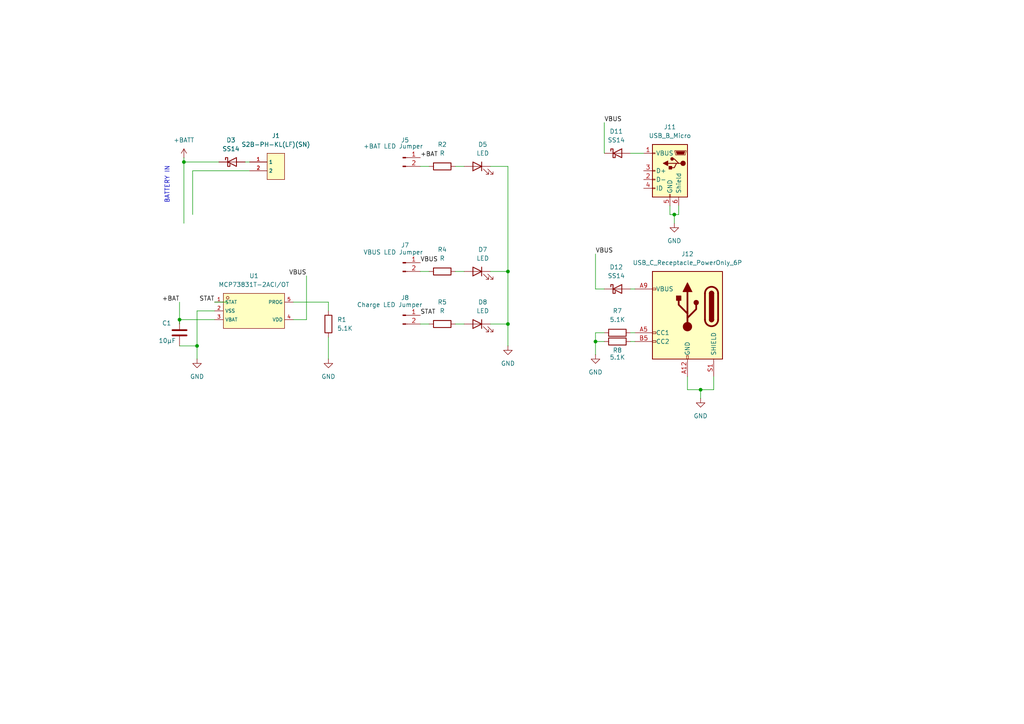
<source format=kicad_sch>
(kicad_sch (version 20231120) (generator "eeschema") (generator_version "8.0")
  (paper "A4")
  (lib_symbols
    (symbol "Connector:Conn_01x02_Pin" (pin_names (offset 1.016) hide)
      (property "Reference" "J" (at 0 2.54 0))
      (property "Value" "Conn_01x02_Pin" (at 0 -5.08 0))
      (symbol "Conn_01x02_Pin_1_1"
        (polyline (pts (xy 1.27 -2.54) (xy 0.8636 -2.54)) (stroke (width 0.1524)))
        (polyline (pts (xy 1.27 0) (xy 0.8636 0)) (stroke (width 0.1524)))
        (rectangle (start 0.8636 -2.413) (end 0 -2.667) (stroke (width 0.1524)) (fill (type outline)))
        (rectangle (start 0.8636 0.127) (end 0 -0.127) (stroke (width 0.1524)) (fill (type outline)))
        (pin passive line (at 5.08 0 180) (length 3.81) (name "Pin_1") (number "1"))
        (pin passive line (at 5.08 -2.54 180) (length 3.81) (name "Pin_2") (number "2"))
      )
    )
    (symbol "Connector:USB_B_Micro" (pin_names (offset 1.016))
      (property "Reference" "J" (at -5.08 11.43 0))
      (property "Value" "USB_B_Micro" (at -5.08 8.89 0))
      (symbol "USB_B_Micro_0_1"
        (rectangle (start -5.08 -7.62) (end 5.08 7.62) (stroke (width 0.254)) (fill (type background)))
        (circle (center -3.81 2.159) (radius 0.635) (stroke (width 0.254)) (fill (type outline)))
        (circle (center -0.635 3.429) (radius 0.381) (stroke (width 0.254)) (fill (type outline)))
        (rectangle (start -0.127 -7.62) (end 0.127 -6.858))
        (polyline (pts (xy -1.905 2.159) (xy 0.635 2.159)) (stroke (width 0.254)))
        (polyline (pts (xy -3.175 2.159) (xy -2.54 2.159) (xy -1.27 3.429) (xy -0.635 3.429)) (stroke (width 0.254)))
        (polyline (pts (xy -2.54 2.159) (xy -1.905 2.159) (xy -1.27 0.889) (xy 0 0.889)) (stroke (width 0.254)))
        (polyline (pts (xy 0.635 2.794) (xy 0.635 1.524) (xy 1.905 2.159) (xy 0.635 2.794)) (stroke (width 0.254)) (fill (type outline)))
        (polyline (pts (xy -4.318 5.588) (xy -1.778 5.588) (xy -2.032 4.826) (xy -4.064 4.826) (xy -4.318 5.588)) (fill (type outline)))
        (polyline (pts (xy -4.699 5.842) (xy -4.699 5.588) (xy -4.445 4.826) (xy -4.445 4.572) (xy -1.651 4.572) (xy -1.651 4.826) (xy -1.397 5.588) (xy -1.397 5.842) (xy -4.699 5.842)))
        (rectangle (start 0.254 1.27) (end -0.508 0.508) (stroke (width 0.254)) (fill (type outline)))
        (rectangle (start 5.08 -5.207) (end 4.318 -4.953))
        (rectangle (start 5.08 -2.667) (end 4.318 -2.413))
        (rectangle (start 5.08 -0.127) (end 4.318 0.127))
        (rectangle (start 5.08 4.953) (end 4.318 5.207))
      )
      (symbol "USB_B_Micro_1_1"
        (pin power_out line (at 7.62 5.08 180) (length 2.54) (name "VBUS") (number "1"))
        (pin bidirectional line (at 7.62 -2.54 180) (length 2.54) (name "D-") (number "2"))
        (pin bidirectional line (at 7.62 0 180) (length 2.54) (name "D+") (number "3"))
        (pin passive line (at 7.62 -5.08 180) (length 2.54) (name "ID") (number "4"))
        (pin power_out line (at 0 -10.16 90) (length 2.54) (name "GND") (number "5"))
        (pin passive line (at -2.54 -10.16 90) (length 2.54) (name "Shield") (number "6"))
      )
    )
    (symbol "Connector:USB_C_Receptacle_PowerOnly_6P" (pin_names (offset 1.016))
      (property "Reference" "J" (at 0 16.51 0))
      (property "Value" "USB_C_Receptacle_PowerOnly_6P" (at 0 13.97 0))
      (symbol "USB_C_Receptacle_PowerOnly_6P_0_0"
        (rectangle (start -0.254 -12.7) (end 0.254 -11.684))
        (rectangle (start 10.16 -7.366) (end 9.144 -7.874))
        (rectangle (start 10.16 -4.826) (end 9.144 -5.334))
        (rectangle (start 10.16 7.874) (end 9.144 7.366))
      )
      (symbol "USB_C_Receptacle_PowerOnly_6P_0_1"
        (rectangle (start -10.16 12.7) (end 10.16 -12.7) (stroke (width 0.254)) (fill (type background)))
        (arc (start -8.89 -1.27) (mid -6.985 -3.1667) (end -5.08 -1.27) (stroke (width 0.508)))
        (arc (start -7.62 -1.27) (mid -6.985 -1.9023) (end -6.35 -1.27) (stroke (width 0.254)))
        (arc (start -7.62 -1.27) (mid -6.985 -1.9023) (end -6.35 -1.27) (stroke (width 0.254)) (fill (type outline)))
        (rectangle (start -7.62 -1.27) (end -6.35 6.35) (stroke (width 0.254)) (fill (type outline)))
        (arc (start -6.35 6.35) (mid -6.985 6.9823) (end -7.62 6.35) (stroke (width 0.254)))
        (arc (start -6.35 6.35) (mid -6.985 6.9823) (end -7.62 6.35) (stroke (width 0.254)) (fill (type outline)))
        (arc (start -5.08 6.35) (mid -6.985 8.2467) (end -8.89 6.35) (stroke (width 0.508)))
        (circle (center -2.54 3.683) (radius 0.635) (stroke (width 0.254)) (fill (type outline)))
        (circle (center 0 -3.302) (radius 1.27) (fill (type outline)))
        (polyline (pts (xy -8.89 -1.27) (xy -8.89 6.35)) (stroke (width 0.508)))
        (polyline (pts (xy -5.08 6.35) (xy -5.08 -1.27)) (stroke (width 0.508)))
        (polyline (pts (xy 0 -3.302) (xy 0 6.858)) (stroke (width 0.508)))
        (polyline (pts (xy 0 -0.762) (xy -2.54 1.778) (xy -2.54 3.048)) (stroke (width 0.508)))
        (polyline (pts (xy 0 0.508) (xy 2.54 3.048) (xy 2.54 4.318)) (stroke (width 0.508)))
        (polyline (pts (xy -1.27 6.858) (xy 0 9.398) (xy 1.27 6.858) (xy -1.27 6.858)) (stroke (width 0.254)) (fill (type outline)))
        (rectangle (start 1.905 4.318) (end 3.175 5.588) (stroke (width 0.254)) (fill (type outline)))
      )
      (symbol "USB_C_Receptacle_PowerOnly_6P_1_1"
        (pin passive line (at 0 -17.78 90) (length 5.08) (name "GND") (number "A12"))
        (pin bidirectional line (at 15.24 -5.08 180) (length 5.08) (name "CC1") (number "A5"))
        (pin passive line (at 15.24 7.62 180) (length 5.08) (name "VBUS") (number "A9"))
        (pin passive line (at 0 -17.78 90) (length 5.08) hide (name "GND") (number "B12"))
        (pin bidirectional line (at 15.24 -7.62 180) (length 5.08) (name "CC2") (number "B5"))
        (pin passive line (at 15.24 7.62 180) (length 5.08) hide (name "VBUS") (number "B9"))
        (pin passive line (at -7.62 -17.78 90) (length 5.08) (name "SHIELD") (number "S1"))
      )
    )
    (symbol "Device:C" (pin_numbers hide) (pin_names (offset 0.254))
      (property "Reference" "C" (at 0.635 2.54 0))
      (property "Value" "C" (at 0.635 -2.54 0))
      (symbol "C_0_1"
        (polyline (pts (xy -2.032 -0.762) (xy 2.032 -0.762)) (stroke (width 0.508)))
        (polyline (pts (xy -2.032 0.762) (xy 2.032 0.762)) (stroke (width 0.508)))
      )
      (symbol "C_1_1"
        (pin passive line (at 0 3.81 270) (length 2.794) (name "~") (number "1"))
        (pin passive line (at 0 -3.81 90) (length 2.794) (name "~") (number "2"))
      )
    )
    (symbol "Device:LED" (pin_numbers hide) (pin_names (offset 1.016) hide)
      (property "Reference" "D" (at 0 2.54 0))
      (property "Value" "LED" (at 0 -2.54 0))
      (symbol "LED_0_1"
        (polyline (pts (xy -1.27 -1.27) (xy -1.27 1.27)) (stroke (width 0.254)))
        (polyline (pts (xy -1.27 0) (xy 1.27 0)))
        (polyline (pts (xy 1.27 -1.27) (xy 1.27 1.27) (xy -1.27 0) (xy 1.27 -1.27)) (stroke (width 0.254)))
        (polyline (pts (xy -3.048 -0.762) (xy -4.572 -2.286) (xy -3.81 -2.286) (xy -4.572 -2.286) (xy -4.572 -1.524)))
        (polyline (pts (xy -1.778 -0.762) (xy -3.302 -2.286) (xy -2.54 -2.286) (xy -3.302 -2.286) (xy -3.302 -1.524)))
      )
      (symbol "LED_1_1"
        (pin passive line (at -3.81 0 0) (length 2.54) (name "K") (number "1"))
        (pin passive line (at 3.81 0 180) (length 2.54) (name "A") (number "2"))
      )
    )
    (symbol "Device:R" (pin_numbers hide) (pin_names (offset 0))
      (property "Reference" "R" (at 2.032 0 90))
      (property "Value" "R" (at 0 0 90))
      (symbol "R_0_1"
        (rectangle (start -1.016 -2.54) (end 1.016 2.54) (stroke (width 0.254)))
      )
      (symbol "R_1_1"
        (pin passive line (at 0 3.81 270) (length 1.27) (name "~") (number "1"))
        (pin passive line (at 0 -3.81 90) (length 1.27) (name "~") (number "2"))
      )
    )
    (symbol "Diode:SS14" (pin_numbers hide) (pin_names (offset 1.016) hide)
      (property "Reference" "D" (at 0 2.54 0))
      (property "Value" "SS14" (at 0 -2.54 0))
      (symbol "SS14_0_1"
        (polyline (pts (xy 1.27 0) (xy -1.27 0)))
        (polyline (pts (xy 1.27 1.27) (xy 1.27 -1.27) (xy -1.27 0) (xy 1.27 1.27)) (stroke (width 0.254)))
        (polyline (pts (xy -1.905 0.635) (xy -1.905 1.27) (xy -1.27 1.27) (xy -1.27 -1.27) (xy -0.635 -1.27) (xy -0.635 -0.635)) (stroke (width 0.254)))
      )
      (symbol "SS14_1_1"
        (pin passive line (at -3.81 0 0) (length 2.54) (name "K") (number "1"))
        (pin passive line (at 3.81 0 180) (length 2.54) (name "A") (number "2"))
      )
    )
    (symbol "easyeda2kicad.kicad_sym:MCP73831T-2ACI/OT"
      (property "Reference" "U" (at 0 1.27 0))
      (property "Value" "MCP73831T-2ACI{slash}OT" (at 0 -2.54 0))
      (symbol "MCP73831T-2ACI/OT_0_1"
        (rectangle (start -8.89 5.08) (end 8.89 -5.08) (fill (type background)))
        (circle (center -7.62 3.81) (radius 0.381) (fill (type background)))
        (pin unspecified line (at -11.43 2.54 0) (length 2.54) (name "STAT") (number "1"))
        (pin unspecified line (at -11.43 0 0) (length 2.54) (name "VSS") (number "2"))
        (pin unspecified line (at -11.43 -2.54 0) (length 2.54) (name "VBAT") (number "3"))
        (pin unspecified line (at 11.43 -2.54 180) (length 2.54) (name "VDD") (number "4"))
        (pin unspecified line (at 11.43 2.54 180) (length 2.54) (name "PROG") (number "5"))
      )
    )
    (symbol "easyeda2kicad.kicad_sym:S2B-PH-KL(LF)(SN)"
      (property "Reference" "U" (at 0 1.27 0))
      (property "Value" "S2B-PH-KL(LF)(SN)" (at 0 -2.54 0))
      (symbol "S2B-PH-KL(LF)(SN)_0_1"
        (rectangle (start -5.08 0) (end 2.54 -5.08) (fill (type background)))
        (pin unspecified line (at -2.54 5.08 270) (length 5.08) (name "1") (number "1"))
        (pin unspecified line (at 0 5.08 270) (length 5.08) (name "2") (number "2"))
      )
    )
    (symbol "power:+BATT" (power) (pin_numbers hide) (pin_names (offset 0) hide)
      (property "Value" "+BATT" (at 0 3.556 0))
      (symbol "+BATT_0_1"
        (polyline (pts (xy -0.762 1.27) (xy 0 2.54)))
        (polyline (pts (xy 0 0) (xy 0 2.54)))
        (polyline (pts (xy 0 2.54) (xy 0.762 1.27)))
      )
      (symbol "+BATT_1_1"
        (pin power_in line (at 0 0 90) (length 0) (name "~") (number "1"))
      )
    )
    (symbol "power:GND" (power) (pin_numbers hide) (pin_names (offset 0) hide)
      (property "Value" "GND" (at 0 -3.81 0))
      (symbol "GND_0_1"
        (polyline (pts (xy 0 0) (xy 0 -1.27) (xy 1.27 -1.27) (xy 0 -2.54) (xy -1.27 -1.27) (xy 0 -1.27)))
      )
      (symbol "GND_1_1"
        (pin power_in line (at 0 0 270) (length 0) (name "~") (number "1"))
      )
    )
  )
  (junction (at 147.32 78.74))
  (junction (at 57.15 100.33))
  (junction (at 53.34 46.99))
  (junction (at 195.58 62.23))
  (junction (at 172.72 99.06))
  (junction (at 147.32 93.98))
  (junction (at 203.2 113.03))
  (junction (at 52.07 92.71))
  (wire (pts (xy 62.23 90.17) (xy 57.15 90.17)))
  (wire (pts (xy 203.2 113.03) (xy 207.01 113.03)))
  (wire (pts (xy 95.25 97.79) (xy 95.25 104.14)))
  (wire (pts (xy 53.34 46.99) (xy 53.34 45.72)))
  (wire (pts (xy 52.07 100.33) (xy 57.15 100.33)))
  (wire (pts (xy 175.26 96.52) (xy 172.72 96.52)))
  (wire (pts (xy 85.09 87.63) (xy 95.25 87.63)))
  (wire (pts (xy 172.72 99.06) (xy 175.26 99.06)))
  (wire (pts (xy 121.92 48.26) (xy 124.46 48.26)))
  (wire (pts (xy 194.31 59.69) (xy 194.31 62.23)))
  (wire (pts (xy 142.24 48.26) (xy 147.32 48.26)))
  (wire (pts (xy 55.88 49.53) (xy 55.88 62.23)))
  (wire (pts (xy 195.58 62.23) (xy 195.58 64.77)))
  (wire (pts (xy 172.72 96.52) (xy 172.72 99.06)))
  (wire (pts (xy 53.34 46.99) (xy 53.34 64.77)))
  (wire (pts (xy 182.88 96.52) (xy 184.15 96.52)))
  (wire (pts (xy 199.39 113.03) (xy 203.2 113.03)))
  (wire (pts (xy 95.25 87.63) (xy 95.25 90.17)))
  (wire (pts (xy 172.72 83.82) (xy 172.72 73.66)))
  (wire (pts (xy 207.01 113.03) (xy 207.01 109.22)))
  (wire (pts (xy 52.07 92.71) (xy 62.23 92.71)))
  (wire (pts (xy 147.32 78.74) (xy 147.32 93.98)))
  (wire (pts (xy 182.88 44.45) (xy 186.69 44.45)))
  (wire (pts (xy 52.07 87.63) (xy 52.07 92.71)))
  (wire (pts (xy 57.15 90.17) (xy 57.15 100.33)))
  (wire (pts (xy 196.85 59.69) (xy 196.85 62.23)))
  (wire (pts (xy 85.09 92.71) (xy 88.9 92.71)))
  (wire (pts (xy 142.24 78.74) (xy 147.32 78.74)))
  (wire (pts (xy 57.15 100.33) (xy 57.15 104.14)))
  (wire (pts (xy 203.2 113.03) (xy 203.2 115.57)))
  (wire (pts (xy 132.08 78.74) (xy 134.62 78.74)))
  (wire (pts (xy 175.26 35.56) (xy 175.26 44.45)))
  (wire (pts (xy 194.31 62.23) (xy 195.58 62.23)))
  (wire (pts (xy 195.58 62.23) (xy 196.85 62.23)))
  (wire (pts (xy 72.39 46.99) (xy 71.12 46.99)))
  (wire (pts (xy 175.26 83.82) (xy 172.72 83.82)))
  (wire (pts (xy 142.24 93.98) (xy 147.32 93.98)))
  (wire (pts (xy 147.32 93.98) (xy 147.32 100.33)))
  (wire (pts (xy 132.08 93.98) (xy 134.62 93.98)))
  (wire (pts (xy 66.04 87.63) (xy 62.23 87.63)))
  (wire (pts (xy 132.08 48.26) (xy 134.62 48.26)))
  (wire (pts (xy 182.88 83.82) (xy 184.15 83.82)))
  (wire (pts (xy 182.88 99.06) (xy 184.15 99.06)))
  (wire (pts (xy 147.32 48.26) (xy 147.32 78.74)))
  (wire (pts (xy 199.39 109.22) (xy 199.39 113.03)))
  (wire (pts (xy 172.72 99.06) (xy 172.72 102.87)))
  (wire (pts (xy 72.39 49.53) (xy 55.88 49.53)))
  (wire (pts (xy 88.9 80.01) (xy 88.9 92.71)))
  (wire (pts (xy 121.92 93.98) (xy 124.46 93.98)))
  (wire (pts (xy 63.5 46.99) (xy 53.34 46.99)))
  (wire (pts (xy 52.07 92.71) (xy 52.07 93.98)))
  (wire (pts (xy 121.92 78.74) (xy 124.46 78.74)))
  (text "BATTERY IN" (at 48.514 53.594 90) (effects (font (size 1.27 1.27))))
  (label "VBUS" (at 175.26 35.56 0))
  (label "VBUS" (at 88.9 80.01 180))
  (label "VBUS" (at 121.92 76.2 0))
  (label "VBUS" (at 172.72 73.66 0))
  (label "STAT" (at 62.23 87.63 180))
  (label "STAT" (at 121.92 91.44 0))
  (label "+BAT" (at 52.07 87.63 180))
  (label "+BAT" (at 121.92 45.72 0))
  (symbol (lib_id "Device:LED") (at 138.43 93.98 0) (mirror y) (unit 1)
    (property "Reference" "D8" (at 140.0175 87.63 0))
    (property "Value" "LED" (at 140.0175 90.17 0))
    (property "Footprint" "LED_SMD:LED_0805_2012Metric_Pad1.15x1.40mm_HandSolder" (effects (hide yes)))
    (property "Description" "Light emitting diode" (effects (hide yes)))
  )
  (symbol (lib_id "Device:R") (at 179.07 96.52 90) (unit 1)
    (property "Reference" "R7" (at 179.07 90.17 90))
    (property "Value" "5.1K" (at 179.07 92.71 90))
    (property "Footprint" "Resistor_SMD:R_0805_2012Metric_Pad1.20x1.40mm_HandSolder" (effects (hide yes)))
    (property "Description" "Resistor" (effects (hide yes)))
  )
  (symbol (lib_id "power:+BATT") (at 53.34 45.72 0) (unit 1)
    (property "Reference" "#PWR01" (effects (hide yes)))
    (property "Value" "+BATT" (at 53.34 40.64 0))
    (property "Description" "Power symbol creates a global label with name \"+BATT\"" (effects (hide yes)))
  )
  (symbol (lib_id "easyeda2kicad.kicad_sym:MCP73831T-2ACI/OT") (at 73.66 90.17 0) (unit 1)
    (property "Reference" "U1" (at 73.66 80.01 0))
    (property "Value" "MCP73831T-2ACI/OT" (at 73.66 82.55 0))
    (property "Footprint" "footprint:SOT-23-5_L3.0-W1.7-P0.95-LS2.8-BL" (effects (hide yes)))
    (property "Datasheet" "https://item.szlcsc.com/236104.html" (effects (hide yes)))
    (property "LCSC" "C424093" (effects (hide yes)))
  )
  (symbol (lib_id "Connector:Conn_01x02_Pin") (at 116.84 76.2 0) (unit 1)
    (property "Reference" "J7" (at 117.475 71.12 0))
    (property "Value" "VBUS LED Jumper" (at 114.046 73.152 0))
    (property "Footprint" "Connector_PinHeader_2.00mm:PinHeader_1x02_P2.00mm_Vertical" (effects (hide yes)))
    (property "Description" "Generic connector, single row, 01x02, script generated" (effects (hide yes)))
  )
  (symbol (lib_id "power:GND") (at 203.2 115.57 0) (unit 1)
    (property "Reference" "#PWR013" (effects (hide yes)))
    (property "Value" "GND" (at 203.2 120.65 0))
    (property "Description" "Power symbol creates a global label with name \"GND\" , ground" (effects (hide yes)))
  )
  (symbol (lib_id "Device:R") (at 128.27 78.74 90) (unit 1)
    (property "Reference" "R4" (at 128.27 72.39 90))
    (property "Value" "R" (at 128.27 74.93 90))
    (property "Footprint" "Resistor_SMD:R_0805_2012Metric_Pad1.20x1.40mm_HandSolder" (effects (hide yes)))
    (property "Description" "Resistor" (effects (hide yes)))
  )
  (symbol (lib_id "Device:R") (at 95.25 93.98 0) (unit 1)
    (property "Reference" "R1" (at 97.79 92.7099 0) (effects (justify left)))
    (property "Value" "5.1K" (at 97.79 95.2499 0) (effects (justify left)))
    (property "Footprint" "Resistor_SMD:R_0805_2012Metric_Pad1.20x1.40mm_HandSolder" (effects (hide yes)))
    (property "Description" "Resistor" (effects (hide yes)))
    (property "LCSC" "C27834" (effects (hide yes)))
  )
  (symbol (lib_id "Diode:SS14") (at 67.31 46.99 0) (unit 1)
    (property "Reference" "D3" (at 66.9925 40.64 0))
    (property "Value" "SS14" (at 66.9925 43.18 0))
    (property "Footprint" "Diode_SMD:D_SMA" (effects (hide yes)))
    (property "Datasheet" "https://www.vishay.com/docs/88746/ss12.pdf" (effects (hide yes)))
    (property "Description" "40V 1A Schottky Diode, SMA" (effects (hide yes)))
  )
  (symbol (lib_id "Device:C") (at 52.07 96.52 0) (unit 1)
    (property "Reference" "C1" (at 46.99 93.726 0) (effects (justify left)))
    (property "Value" "10µF" (at 45.974 98.806 0) (effects (justify left)))
    (property "Footprint" "Capacitor_SMD:C_0805_2012Metric" (effects (hide yes)))
    (property "Description" "Unpolarized capacitor" (effects (hide yes)))
    (property "LCSC" "C1713" (effects (hide yes)))
  )
  (symbol (lib_id "Device:R") (at 179.07 99.06 90) (unit 1)
    (property "Reference" "R8" (at 179.07 101.6 90))
    (property "Value" "5.1K" (at 179.07 103.632 90))
    (property "Footprint" "Resistor_SMD:R_0805_2012Metric_Pad1.20x1.40mm_HandSolder" (effects (hide yes)))
    (property "Description" "Resistor" (effects (hide yes)))
  )
  (symbol (lib_id "power:GND") (at 147.32 100.33 0) (unit 1)
    (property "Reference" "#PWR07" (effects (hide yes)))
    (property "Value" "GND" (at 147.32 105.41 0))
    (property "Description" "Power symbol creates a global label with name \"GND\" , ground" (effects (hide yes)))
  )
  (symbol (lib_id "power:GND") (at 195.58 64.77 0) (unit 1)
    (property "Reference" "#PWR012" (effects (hide yes)))
    (property "Value" "GND" (at 195.58 69.85 0))
    (property "Description" "Power symbol creates a global label with name \"GND\" , ground" (effects (hide yes)))
  )
  (symbol (lib_id "easyeda2kicad.kicad_sym:S2B-PH-KL(LF)(SN)") (at 77.47 49.53 90) (mirror x) (unit 1)
    (property "Reference" "J1" (at 80.01 39.37 90))
    (property "Value" "S2B-PH-KL(LF)(SN)" (at 80.01 41.91 90))
    (property "Footprint" "footprint:CONN-TH-2P-P2.00_S2B-PH-KL-LF-SN" (effects (hide yes)))
    (property "Datasheet" "https://lcsc.com/product-detail/Wire-To-Board-Wire-To-Wire-Connector_JST-Sales-America_S2B-PH-KL-LF-SN_JST-Sales-America-S2B-PH-KL-LF-SN_C160237.html" (effects (hide yes)))
    (property "LCSC" "C160237" (effects (hide yes)))
  )
  (symbol (lib_id "Device:LED") (at 138.43 78.74 0) (mirror y) (unit 1)
    (property "Reference" "D7" (at 140.0175 72.39 0))
    (property "Value" "LED" (at 140.0175 74.93 0))
    (property "Footprint" "LED_SMD:LED_0805_2012Metric_Pad1.15x1.40mm_HandSolder" (effects (hide yes)))
    (property "Description" "Light emitting diode" (effects (hide yes)))
  )
  (symbol (lib_id "Connector:Conn_01x02_Pin") (at 116.84 45.72 0) (unit 1)
    (property "Reference" "J5" (at 117.475 40.64 0))
    (property "Value" "+BAT LED Jumper" (at 114.046 42.418 0))
    (property "Footprint" "Connector_PinHeader_2.00mm:PinHeader_1x02_P2.00mm_Vertical" (effects (hide yes)))
    (property "Description" "Generic connector, single row, 01x02, script generated" (effects (hide yes)))
  )
  (symbol (lib_id "Diode:SS14") (at 179.07 44.45 0) (unit 1)
    (property "Reference" "D11" (at 178.7525 38.1 0))
    (property "Value" "SS14" (at 178.7525 40.64 0))
    (property "Footprint" "Diode_SMD:D_SMA" (effects (hide yes)))
    (property "Datasheet" "https://www.vishay.com/docs/88746/ss12.pdf" (effects (hide yes)))
    (property "Description" "40V 1A Schottky Diode, SMA" (effects (hide yes)))
  )
  (symbol (lib_id "Device:R") (at 128.27 48.26 90) (unit 1)
    (property "Reference" "R2" (at 128.27 41.91 90))
    (property "Value" "R" (at 128.27 44.45 90))
    (property "Footprint" "Resistor_SMD:R_0805_2012Metric_Pad1.20x1.40mm_HandSolder" (effects (hide yes)))
    (property "Description" "Resistor" (effects (hide yes)))
  )
  (symbol (lib_id "power:GND") (at 57.15 104.14 0) (unit 1)
    (property "Reference" "#PWR03" (effects (hide yes)))
    (property "Value" "GND" (at 57.15 109.22 0))
    (property "Description" "Power symbol creates a global label with name \"GND\" , ground" (effects (hide yes)))
  )
  (symbol (lib_id "power:GND") (at 95.25 104.14 0) (unit 1)
    (property "Reference" "#PWR05" (effects (hide yes)))
    (property "Value" "GND" (at 95.25 109.22 0))
    (property "Description" "Power symbol creates a global label with name \"GND\" , ground" (effects (hide yes)))
  )
  (symbol (lib_id "Connector:Conn_01x02_Pin") (at 116.84 91.44 0) (unit 1)
    (property "Reference" "J8" (at 117.475 86.36 0))
    (property "Value" "Charge LED Jumper" (at 113.03 88.392 0))
    (property "Footprint" "Connector_PinHeader_2.00mm:PinHeader_1x02_P2.00mm_Vertical" (effects (hide yes)))
    (property "Description" "Generic connector, single row, 01x02, script generated" (effects (hide yes)))
  )
  (symbol (lib_id "Connector:USB_C_Receptacle_PowerOnly_6P") (at 199.39 91.44 0) (mirror y) (unit 1)
    (property "Reference" "J12" (at 199.39 73.66 0))
    (property "Value" "USB_C_Receptacle_PowerOnly_6P" (at 199.39 76.2 0))
    (property "Footprint" "Connector_USB:USB_C_Receptacle_Amphenol_12401548E4-2A" (effects (hide yes)))
    (property "Datasheet" "https://www.usb.org/sites/default/files/documents/usb_type-c.zip" (effects (hide yes)))
    (property "Description" "USB Power-Only 6P Type-C Receptacle connector" (effects (hide yes)))
  )
  (symbol (lib_id "Device:LED") (at 138.43 48.26 0) (mirror y) (unit 1)
    (property "Reference" "D5" (at 140.0175 41.91 0))
    (property "Value" "LED" (at 140.0175 44.45 0))
    (property "Footprint" "LED_SMD:LED_0805_2012Metric_Pad1.15x1.40mm_HandSolder" (effects (hide yes)))
    (property "Description" "Light emitting diode" (effects (hide yes)))
  )
  (symbol (lib_id "Connector:USB_B_Micro") (at 194.31 49.53 0) (mirror y) (unit 1)
    (property "Reference" "J11" (at 194.31 36.83 0))
    (property "Value" "USB_B_Micro" (at 194.31 39.37 0))
    (property "Footprint" "Connector_USB:USB_Micro-B_Amphenol_10103594-0001LF_Horizontal" (effects (hide yes)))
    (property "Description" "USB Micro Type B connector" (effects (hide yes)))
  )
  (symbol (lib_id "Diode:SS14") (at 179.07 83.82 0) (unit 1)
    (property "Reference" "D12" (at 178.7525 77.47 0))
    (property "Value" "SS14" (at 178.7525 80.01 0))
    (property "Footprint" "Diode_SMD:D_SMA" (effects (hide yes)))
    (property "Datasheet" "https://www.vishay.com/docs/88746/ss12.pdf" (effects (hide yes)))
    (property "Description" "40V 1A Schottky Diode, SMA" (effects (hide yes)))
  )
  (symbol (lib_id "Device:R") (at 128.27 93.98 90) (unit 1)
    (property "Reference" "R5" (at 128.27 87.63 90))
    (property "Value" "R" (at 128.27 90.17 90))
    (property "Footprint" "Resistor_SMD:R_0805_2012Metric_Pad1.20x1.40mm_HandSolder" (effects (hide yes)))
    (property "Description" "Resistor" (effects (hide yes)))
  )
  (symbol (lib_id "power:GND") (at 172.72 102.87 0) (unit 1)
    (property "Reference" "#PWR011" (effects (hide yes)))
    (property "Value" "GND" (at 172.72 107.95 0))
    (property "Description" "Power symbol creates a global label with name \"GND\" , ground" (effects (hide yes)))
  )
)
</source>
